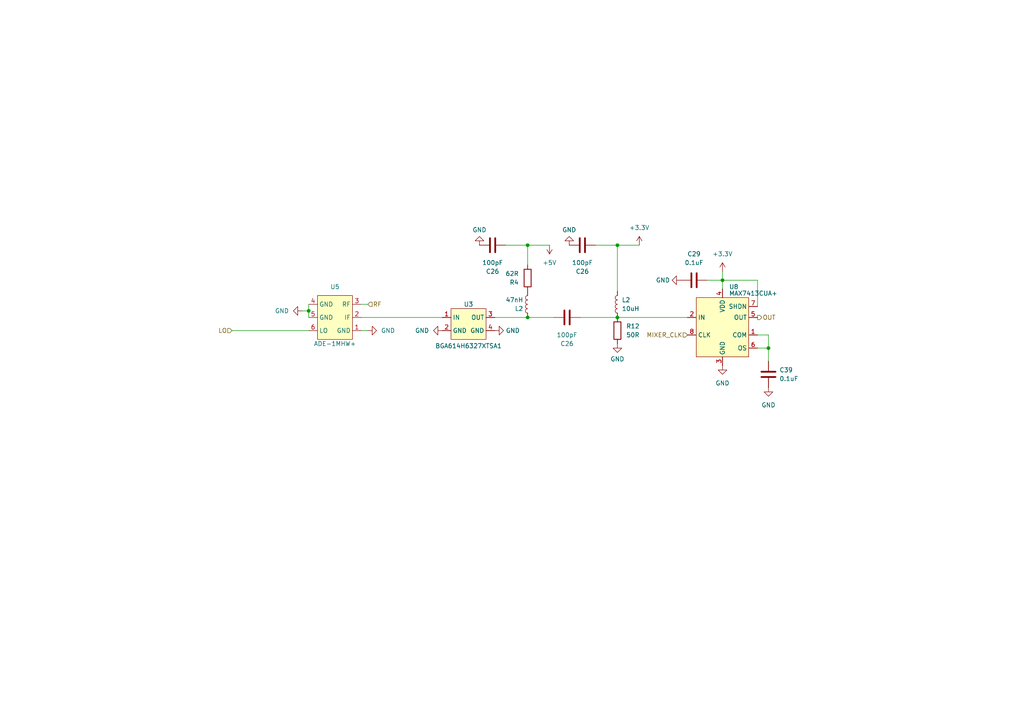
<source format=kicad_sch>
(kicad_sch (version 20230121) (generator eeschema)
  (paper "A4")
  (lib_symbols
    (symbol "ADE-1MHW+:ADE-1MHW+"
      (property "Reference" "U" (at 0 10.16 0))
      (property "Value" "ADE-1MHW+" (at 0 7.62 0))
      (symbol "ADE-1MHW+_1_1"
        (rectangle (start -5.08 6.35) (end 5.08 -6.35) (fill (type background)))
        (pin power_in line (at -7.62 3.81 0) (length 2.54) (name "GND") (number "1"))
        (pin output line (at -7.62 0 0) (length 2.54) (name "IF") (number "2"))
        (pin input line (at -7.62 -3.81 0) (length 2.54) (name "RF") (number "3"))
        (pin power_in line (at 7.62 -3.81 180) (length 2.54) (name "GND") (number "4"))
        (pin power_in line (at 7.62 0 180) (length 2.54) (name "GND") (number "5"))
        (pin input line (at 7.62 3.81 180) (length 2.54) (name "LO") (number "6"))
      )
    )
    (symbol "BGA614H6327XTSA1:BGA614H6327XTSA1"
      (property "Reference" "U" (at 0 7.62 0))
      (property "Value" "BGA614H6327XTSA1" (at 0 5.08 0))
      (symbol "BGA614H6327XTSA1_1_1"
        (rectangle (start -5.08 3.81) (end 5.08 -5.08) (fill (type background)))
        (pin input line (at -7.62 1.27 0) (length 2.54) (name "IN") (number "1"))
        (pin power_in line (at -7.62 -2.54 0) (length 2.54) (name "GND") (number "2"))
        (pin output line (at 7.62 1.27 180) (length 2.54) (name "OUT") (number "3"))
        (pin power_in line (at 7.62 -2.54 180) (length 2.54) (name "GND") (number "4"))
      )
    )
    (symbol "Device:C" (pin_numbers hide) (pin_names (offset 0.254))
      (property "Reference" "C" (at 0.635 2.54 0))
      (property "Value" "C" (at 0.635 -2.54 0))
      (symbol "C_0_1"
        (polyline (pts (xy -2.032 -0.762) (xy 2.032 -0.762)) (stroke (width 0.508)))
        (polyline (pts (xy -2.032 0.762) (xy 2.032 0.762)) (stroke (width 0.508)))
      )
      (symbol "C_1_1"
        (pin passive line (at 0 3.81 270) (length 2.794) (name "~") (number "1"))
        (pin passive line (at 0 -3.81 90) (length 2.794) (name "~") (number "2"))
      )
    )
    (symbol "Device:L" (pin_numbers hide) (pin_names (offset 1.016) hide)
      (property "Reference" "L" (at -1.27 0 90))
      (property "Value" "L" (at 1.905 0 90))
      (symbol "L_0_1"
        (arc (start 0 -2.54) (mid 0.6323 -1.905) (end 0 -1.27))
        (arc (start 0 -1.27) (mid 0.6323 -0.635) (end 0 0))
        (arc (start 0 0) (mid 0.6323 0.635) (end 0 1.27))
        (arc (start 0 1.27) (mid 0.6323 1.905) (end 0 2.54))
      )
      (symbol "L_1_1"
        (pin passive line (at 0 3.81 270) (length 1.27) (name "1") (number "1"))
        (pin passive line (at 0 -3.81 90) (length 1.27) (name "2") (number "2"))
      )
    )
    (symbol "Device:R" (pin_numbers hide) (pin_names (offset 0))
      (property "Reference" "R" (at 2.032 0 90))
      (property "Value" "R" (at 0 0 90))
      (symbol "R_0_1"
        (rectangle (start -1.016 -2.54) (end 1.016 2.54) (stroke (width 0.254)))
      )
      (symbol "R_1_1"
        (pin passive line (at 0 3.81 270) (length 1.27) (name "~") (number "1"))
        (pin passive line (at 0 -3.81 90) (length 1.27) (name "~") (number "2"))
      )
    )
    (symbol "MAX7413:MAX7413CUA+-ND"
      (property "Reference" "U" (at -7.62 11.43 0))
      (property "Value" "MAX7413CUA+" (at -8.255 9.525 0))
      (symbol "MAX7413CUA+-ND_1_1"
        (rectangle (start -7.62 8.255) (end 7.62 -8.89) (fill (type background)))
        (pin passive line (at 10.16 -2.54 180) (length 2.54) (name "COM") (number "1"))
        (pin input line (at -10.16 2.54 0) (length 2.54) (name "IN") (number "2"))
        (pin power_in line (at 0 -11.43 90) (length 2.54) (name "GND") (number "3"))
        (pin power_in line (at 0 10.795 270) (length 2.54) (name "VDD") (number "4"))
        (pin output line (at 10.16 2.54 180) (length 2.54) (name "OUT") (number "5"))
        (pin passive line (at 10.16 -6.35 180) (length 2.54) (name "OS") (number "6"))
        (pin power_in line (at 10.16 5.715 180) (length 2.54) (name "SHDN") (number "7"))
        (pin input line (at -10.16 -2.54 0) (length 2.54) (name "CLK") (number "8"))
      )
    )
    (symbol "power:+3.3V" (power) (pin_names (offset 0))
      (property "Value" "+3.3V" (at 0 3.556 0))
      (symbol "+3.3V_0_1"
        (polyline (pts (xy -0.762 1.27) (xy 0 2.54)))
        (polyline (pts (xy 0 0) (xy 0 2.54)))
        (polyline (pts (xy 0 2.54) (xy 0.762 1.27)))
      )
      (symbol "+3.3V_1_1"
        (pin power_in line (at 0 0 90) (length 0) hide (name "+3.3V") (number "1"))
      )
    )
    (symbol "power:+5V" (power) (pin_names (offset 0))
      (property "Value" "+5V" (at 0 3.556 0))
      (symbol "+5V_0_1"
        (polyline (pts (xy -0.762 1.27) (xy 0 2.54)))
        (polyline (pts (xy 0 0) (xy 0 2.54)))
        (polyline (pts (xy 0 2.54) (xy 0.762 1.27)))
      )
      (symbol "+5V_1_1"
        (pin power_in line (at 0 0 90) (length 0) hide (name "+5V") (number "1"))
      )
    )
    (symbol "power:GND" (power) (pin_names (offset 0))
      (property "Value" "GND" (at 0 -3.81 0))
      (symbol "GND_0_1"
        (polyline (pts (xy 0 0) (xy 0 -1.27) (xy 1.27 -1.27) (xy 0 -2.54) (xy -1.27 -1.27) (xy 0 -1.27)))
      )
      (symbol "GND_1_1"
        (pin power_in line (at 0 0 270) (length 0) hide (name "GND") (number "1"))
      )
    )
  )
  (junction (at 222.885 100.965))
  (junction (at 153.035 71.12))
  (junction (at 179.07 71.12))
  (junction (at 89.535 90.17))
  (junction (at 179.07 92.075))
  (junction (at 209.55 81.28))
  (junction (at 153.035 92.075))
  (wire (pts (xy 153.035 71.12) (xy 146.685 71.12)))
  (wire (pts (xy 153.035 92.075) (xy 160.655 92.075)))
  (wire (pts (xy 104.775 95.885) (xy 106.68 95.885)))
  (wire (pts (xy 219.71 97.155) (xy 222.885 97.155)))
  (wire (pts (xy 185.42 71.12) (xy 179.07 71.12)))
  (wire (pts (xy 219.71 88.9) (xy 219.71 81.28)))
  (wire (pts (xy 153.035 76.835) (xy 153.035 71.12)))
  (wire (pts (xy 209.55 78.74) (xy 209.55 81.28)))
  (wire (pts (xy 219.71 81.28) (xy 209.55 81.28)))
  (wire (pts (xy 159.385 71.12) (xy 153.035 71.12)))
  (wire (pts (xy 179.07 71.12) (xy 179.07 84.455)))
  (wire (pts (xy 67.31 95.885) (xy 89.535 95.885)))
  (wire (pts (xy 179.07 71.12) (xy 172.72 71.12)))
  (wire (pts (xy 222.885 100.965) (xy 222.885 104.775)))
  (wire (pts (xy 219.71 100.965) (xy 222.885 100.965)))
  (wire (pts (xy 89.535 90.17) (xy 89.535 92.075)))
  (wire (pts (xy 89.535 88.265) (xy 89.535 90.17)))
  (wire (pts (xy 222.885 97.155) (xy 222.885 100.965)))
  (wire (pts (xy 209.55 81.28) (xy 209.55 83.82)))
  (wire (pts (xy 179.07 92.075) (xy 199.39 92.075)))
  (wire (pts (xy 104.775 88.265) (xy 106.68 88.265)))
  (wire (pts (xy 104.775 92.075) (xy 128.27 92.075)))
  (wire (pts (xy 168.275 92.075) (xy 179.07 92.075)))
  (wire (pts (xy 87.63 90.17) (xy 89.535 90.17)))
  (wire (pts (xy 153.035 92.075) (xy 143.51 92.075)))
  (wire (pts (xy 205.105 81.28) (xy 209.55 81.28)))
  (hierarchical_label "RF" (shape input) (at 106.68 88.265 0))
  (hierarchical_label "OUT" (shape output) (at 219.71 92.075 0))
  (hierarchical_label "MIXER_CLK" (shape input) (at 199.39 97.155 180))
  (hierarchical_label "LO" (shape input) (at 67.31 95.885 180))
  (symbol (lib_id "Device:C") (at 142.875 71.12 270) (unit 1)
    (property "Reference" "C26" (at 142.875 78.74 90))
    (property "Value" "100pF" (at 142.875 76.2 90))
    (property "Footprint" "Capacitor_SMD:C_0805_2012Metric" (effects hide))
    (instances (project "analog_frontend" (path "" (reference "C26") (unit 1)) (path "" (reference "C24") (unit 1)) (path "" (reference "C33") (unit 1))))
  )
  (symbol (lib_id "MAX7413:MAX7413CUA+-ND") (at 209.55 94.615 0) (unit 1)
    (property "Reference" "U8" (at 211.455 83.185 0) (effects (justify left)))
    (property "Value" "MAX7413CUA+" (at 211.455 85.09 0) (effects (justify left)))
    (property "Footprint" "footprints:MAX7413CUA+" (effects hide))
    (instances (project "analog_frontend" (path "" (reference "U8") (unit 1)) (path "" (reference "U12") (unit 1))))
  )
  (symbol (lib_id "power:GND") (at 222.885 112.395 0) (unit 1)
    (property "Reference" "#PWR05" (effects hide))
    (property "Value" "GND" (at 222.885 117.475 0))
    (instances (project "analog_frontend" (path "" (reference "#PWR05") (unit 1)) (path "" (reference "#PWR048") (unit 1)) (path "" (reference "#PWR057") (unit 1)) (path "" (reference "#PWR056") (unit 1))))
  )
  (symbol (lib_id "power:+5V") (at 159.385 71.12 180) (unit 1)
    (property "Reference" "#PWR028" (effects hide))
    (property "Value" "+5V" (at 159.385 76.2 0))
    (instances (project "analog_frontend" (path "" (reference "#PWR028") (unit 1)) (path "" (reference "#PWR041") (unit 1)) (path "" (reference "#PWR051") (unit 1)) (path "" (reference "#PWR067") (unit 1))))
  )
  (symbol (lib_id "power:GND") (at 139.065 71.12 180) (unit 1)
    (property "Reference" "#PWR011" (effects hide))
    (property "Value" "GND" (at 139.065 66.675 0))
    (instances (project "analog_frontend" (path "" (reference "#PWR011") (unit 1)) (path "" (reference "#PWR043") (unit 1)) (path "" (reference "#PWR048") (unit 1)) (path "" (reference "#PWR064") (unit 1))))
  )
  (symbol (lib_id "Device:R") (at 153.035 80.645 180) (unit 1)
    (property "Reference" "R4" (at 150.495 81.915 0) (effects (justify left)))
    (property "Value" "62R" (at 150.495 79.375 0) (effects (justify left)))
    (property "Footprint" "Resistor_SMD:R_0805_2012Metric" (effects hide))
    (instances (project "analog_frontend" (path "" (reference "R4") (unit 1)) (path "" (reference "R5") (unit 1)) (path "" (reference "R9") (unit 1))))
  )
  (symbol (lib_id "power:GND") (at 209.55 106.045 0) (unit 1)
    (property "Reference" "#PWR05" (effects hide))
    (property "Value" "GND" (at 209.55 111.125 0))
    (instances (project "analog_frontend" (path "" (reference "#PWR05") (unit 1)) (path "" (reference "#PWR048") (unit 1)) (path "" (reference "#PWR0116") (unit 1)) (path "" (reference "#PWR0115") (unit 1))))
  )
  (symbol (lib_id "Device:L") (at 179.07 88.265 180) (unit 1)
    (property "Reference" "L2" (at 180.34 86.995 0) (effects (justify right)))
    (property "Value" "10uH" (at 180.34 89.535 0) (effects (justify right)))
    (property "Footprint" "Inductor_SMD:L_0603_1608Metric" (effects hide))
    (instances (project "analog_frontend" (path "" (reference "L2") (unit 1)) (path "" (reference "L4") (unit 1)) (path "" (reference "L5") (unit 1))))
  )
  (symbol (lib_id "power:GND") (at 165.1 71.12 180) (unit 1)
    (property "Reference" "#PWR011" (effects hide))
    (property "Value" "GND" (at 165.1 66.675 0))
    (instances (project "analog_frontend" (path "" (reference "#PWR011") (unit 1)) (path "" (reference "#PWR043") (unit 1)) (path "" (reference "#PWR0111") (unit 1)) (path "" (reference "#PWR0113") (unit 1))))
  )
  (symbol (lib_id "power:GND") (at 106.68 95.885 90) (unit 1)
    (property "Reference" "#PWR08" (effects hide))
    (property "Value" "GND" (at 110.49 95.885 90) (effects (justify right)))
    (instances (project "analog_frontend" (path "" (reference "#PWR08") (unit 1)) (path "" (reference "#PWR06") (unit 1)) (path "" (reference "#PWR060") (unit 1)) (path "" (reference "#PWR044") (unit 1))))
  )
  (symbol (lib_id "Device:R") (at 179.07 95.885 0) (unit 1)
    (property "Reference" "R12" (at 181.61 94.615 0) (effects (justify left)))
    (property "Value" "50R" (at 181.61 97.155 0) (effects (justify left)))
    (property "Footprint" "Resistor_SMD:R_0805_2012Metric" (effects hide))
    (instances (project "analog_frontend" (path "" (reference "R12") (unit 1)) (path "" (reference "R8") (unit 1))))
  )
  (symbol (lib_id "power:+3.3V") (at 185.42 71.12 0) (unit 1)
    (property "Reference" "#PWR058" (effects hide))
    (property "Value" "+3.3V" (at 185.42 66.04 0))
    (instances (project "analog_frontend" (path "" (reference "#PWR058") (unit 1)) (path "" (reference "#PWR053") (unit 1))))
  )
  (symbol (lib_id "Device:C") (at 201.295 81.28 90) (unit 1)
    (property "Reference" "C29" (at 201.295 73.66 90))
    (property "Value" "0.1uF" (at 201.295 76.2 90))
    (property "Footprint" "Capacitor_SMD:C_0805_2012Metric" (effects hide))
    (instances (project "analog_frontend" (path "" (reference "C29") (unit 1)) (path "" (reference "C38") (unit 1))))
  )
  (symbol (lib_id "power:GND") (at 179.07 99.695 0) (unit 1)
    (property "Reference" "#PWR05" (effects hide))
    (property "Value" "GND" (at 179.07 104.14 0))
    (instances (project "analog_frontend" (path "" (reference "#PWR05") (unit 1)) (path "" (reference "#PWR048") (unit 1)) (path "" (reference "#PWR068") (unit 1)) (path "" (reference "#PWR052") (unit 1))))
  )
  (symbol (lib_id "BGA614H6327XTSA1:BGA614H6327XTSA1") (at 135.89 93.345 0) (unit 1)
    (property "Reference" "U3" (at 135.89 88.265 0))
    (property "Value" "BGA614H6327XTSA1" (at 135.89 100.33 0))
    (property "Footprint" "footprints:BGA614H6327XTSA1" (effects hide))
    (instances (project "analog_frontend" (path "" (reference "U3") (unit 1)) (path "" (reference "U5") (unit 1)) (path "" (reference "U6") (unit 1)) (path "" (reference "U10") (unit 1))))
  )
  (symbol (lib_id "Device:C") (at 222.885 108.585 180) (unit 1)
    (property "Reference" "C39" (at 226.06 107.315 0) (effects (justify right)))
    (property "Value" "0.1uF" (at 226.06 109.855 0) (effects (justify right)))
    (property "Footprint" "Capacitor_SMD:C_0805_2012Metric" (effects hide))
    (instances (project "analog_frontend" (path "" (reference "C39") (unit 1)) (path "" (reference "C30") (unit 1))))
  )
  (symbol (lib_id "power:+3.3V") (at 209.55 78.74 0) (unit 1)
    (property "Reference" "#PWR071" (effects hide))
    (property "Value" "+3.3V" (at 209.55 73.66 0))
    (instances (project "analog_frontend" (path "" (reference "#PWR071") (unit 1)) (path "" (reference "#PWR055") (unit 1))))
  )
  (symbol (lib_id "power:GND") (at 197.485 81.28 270) (unit 1)
    (property "Reference" "#PWR05" (effects hide))
    (property "Value" "GND" (at 194.31 81.28 90) (effects (justify right)))
    (instances (project "analog_frontend" (path "" (reference "#PWR05") (unit 1)) (path "" (reference "#PWR048") (unit 1)) (path "" (reference "#PWR070") (unit 1)) (path "" (reference "#PWR054") (unit 1))))
  )
  (symbol (lib_id "power:GND") (at 128.27 95.885 270) (unit 1)
    (property "Reference" "#PWR06" (effects hide))
    (property "Value" "GND" (at 124.46 95.885 90) (effects (justify right)))
    (instances (project "analog_frontend" (path "" (reference "#PWR06") (unit 1)) (path "" (reference "#PWR010") (unit 1)) (path "" (reference "#PWR045") (unit 1)) (path "" (reference "#PWR061") (unit 1))))
  )
  (symbol (lib_id "power:GND") (at 143.51 95.885 90) (unit 1)
    (property "Reference" "#PWR06" (effects hide))
    (property "Value" "GND" (at 146.685 95.885 90) (effects (justify right)))
    (instances (project "analog_frontend" (path "" (reference "#PWR06") (unit 1)) (path "" (reference "#PWR042") (unit 1)) (path "" (reference "#PWR049") (unit 1)) (path "" (reference "#PWR065") (unit 1))))
  )
  (symbol (lib_id "Device:C") (at 164.465 92.075 270) (unit 1)
    (property "Reference" "C26" (at 164.465 99.695 90))
    (property "Value" "100pF" (at 164.465 97.155 90))
    (property "Footprint" "Capacitor_SMD:C_0805_2012Metric" (effects hide))
    (instances (project "analog_frontend" (path "" (reference "C26") (unit 1)) (path "" (reference "C26") (unit 1)) (path "" (reference "C35") (unit 1))))
  )
  (symbol (lib_id "Device:C") (at 168.91 71.12 270) (unit 1)
    (property "Reference" "C26" (at 168.91 78.74 90))
    (property "Value" "100pF" (at 168.91 76.2 90))
    (property "Footprint" "Capacitor_SMD:C_0805_2012Metric" (effects hide))
    (instances (project "analog_frontend" (path "" (reference "C26") (unit 1)) (path "" (reference "C60") (unit 1)) (path "" (reference "C61") (unit 1))))
  )
  (symbol (lib_id "Device:L") (at 153.035 88.265 180) (unit 1)
    (property "Reference" "L2" (at 151.765 89.535 0) (effects (justify left)))
    (property "Value" "47nH" (at 151.765 86.995 0) (effects (justify left)))
    (property "Footprint" "Inductor_SMD:L_0603_1608Metric" (effects hide))
    (instances (project "analog_frontend" (path "" (reference "L2") (unit 1)) (path "" (reference "L1") (unit 1)) (path "" (reference "L2") (unit 1))))
  )
  (symbol (lib_id "power:GND") (at 87.63 90.17 270) (unit 1)
    (property "Reference" "#PWR07" (effects hide))
    (property "Value" "GND" (at 83.82 90.17 90) (effects (justify right)))
    (instances (project "analog_frontend" (path "" (reference "#PWR07") (unit 1)) (path "" (reference "#PWR04") (unit 1)) (path "" (reference "#PWR059") (unit 1)) (path "" (reference "#PWR043") (unit 1))))
  )
  (symbol (lib_id "ADE-1MHW+:ADE-1MHW+") (at 97.155 92.075 180) (unit 1)
    (property "Reference" "U5" (at 97.155 83.185 0))
    (property "Value" "ADE-1MHW+" (at 97.155 99.695 0))
    (property "Footprint" "footprints:ADE-1MHW+" (effects hide))
    (instances (project "analog_frontend" (path "" (reference "U5") (unit 1)) (path "" (reference "U2") (unit 1)) (path "" (reference "U9") (unit 1)) (path "" (reference "U5") (unit 1))))
  )
)
</source>
